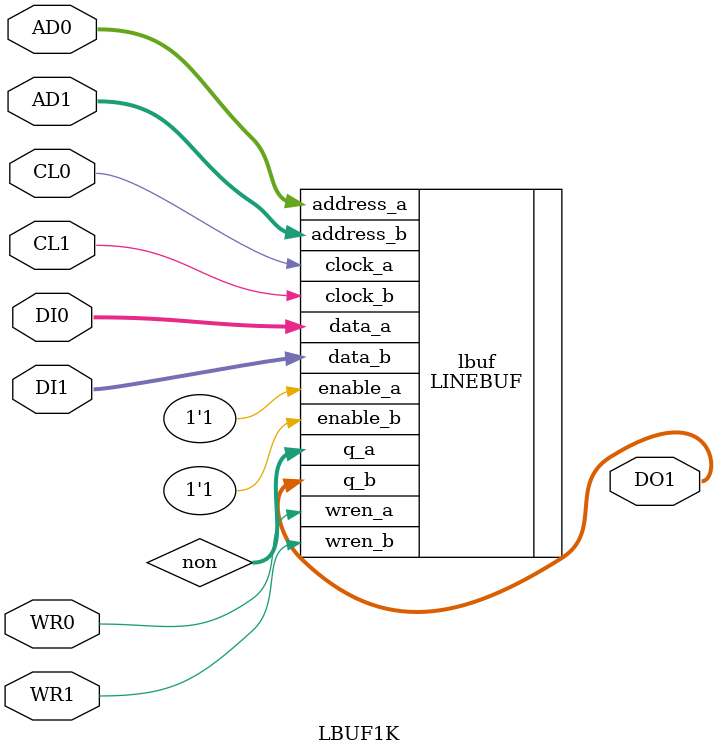
<source format=v>
module DPR2KV
(
	input					CL0,
	input	[10:0]		AD0,
	input					EN0,
	input					WR0,
	input  [7:0]		DI0,
	output [7:0]		DO0,
	
	input					CL1,
	input	[10:0]		AD1,
	output [7:0]		DO1
);

DPR2K ram(
	CL0, AD0,  EN0,  WR0,  DI0, DO0,
	CL1, AD1, 1'b1, 1'b0, 8'h0, DO1
);

endmodule


module DPR2K
(
	input					CL0,
	input	[10:0]		AD0,
	input					EN0,
	input					WR0,
	input  [7:0]		DI0,
	output reg [7:0]	DO0,
	
	input					CL1,
	input	[10:0]		AD1,
	input					EN1,
	input					WR1,
	input  [7:0]		DI1,
	output reg [7:0]	DO1
);

reg [7:0] core[0:2047];

always @( posedge CL0 ) begin
	if (EN0) begin
		DO0 <= core[AD0];
		if (WR0) core[AD0] <= DI0;
	end
end

always @( posedge CL1 ) begin
	if (EN1) begin
		DO1 <= core[AD1];
		if (WR1) core[AD1] <= DI1;
	end
end

endmodule


module LBUF1K
(
	input				CL0,
	input	 [9:0]	AD0,
	input				WR0,
	input  [7:0]	DI0,
	
	input				CL1,
	input	 [9:0]	AD1,
	input				WR1,
	input  [7:0]	DI1,
	output [7:0]	DO1
);

wire [7:0] non;

LINEBUF lbuf(
	.clock_a(CL0),
	.address_a(AD0),
	.data_a(DI0),
	.enable_a(1'b1),
	.wren_a(WR0),
	.q_a(non),

	.clock_b(CL1),
	.address_b(AD1),
	.data_b(DI1),
	.enable_b(1'b1),
	.wren_b(WR1),
	.q_b(DO1)
);

endmodule



</source>
